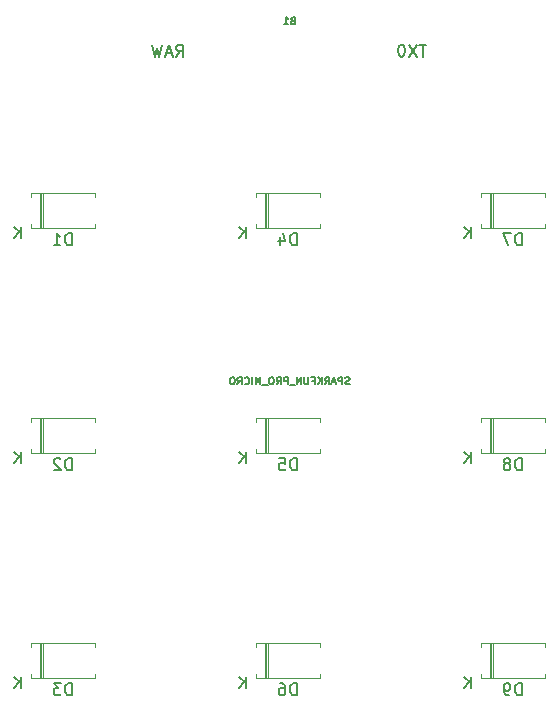
<source format=gbo>
%TF.GenerationSoftware,KiCad,Pcbnew,(5.1.6)-1*%
%TF.CreationDate,2020-10-02T01:53:22-06:00*%
%TF.ProjectId,macropad_3x3,6d616372-6f70-4616-945f-3378332e6b69,rev?*%
%TF.SameCoordinates,Original*%
%TF.FileFunction,Legend,Bot*%
%TF.FilePolarity,Positive*%
%FSLAX46Y46*%
G04 Gerber Fmt 4.6, Leading zero omitted, Abs format (unit mm)*
G04 Created by KiCad (PCBNEW (5.1.6)-1) date 2020-10-02 01:53:22*
%MOMM*%
%LPD*%
G01*
G04 APERTURE LIST*
%ADD10C,0.150000*%
%ADD11C,0.120000*%
%ADD12C,0.127000*%
G04 APERTURE END LIST*
D10*
X62356845Y-25646130D02*
X61785416Y-25646130D01*
X62071130Y-26646130D02*
X62071130Y-25646130D01*
X61547321Y-25646130D02*
X60880654Y-26646130D01*
X60880654Y-25646130D02*
X61547321Y-26646130D01*
X60309226Y-25646130D02*
X60213988Y-25646130D01*
X60118750Y-25693750D01*
X60071130Y-25741369D01*
X60023511Y-25836607D01*
X59975892Y-26027083D01*
X59975892Y-26265178D01*
X60023511Y-26455654D01*
X60071130Y-26550892D01*
X60118750Y-26598511D01*
X60213988Y-26646130D01*
X60309226Y-26646130D01*
X60404464Y-26598511D01*
X60452083Y-26550892D01*
X60499702Y-26455654D01*
X60547321Y-26265178D01*
X60547321Y-26027083D01*
X60499702Y-25836607D01*
X60452083Y-25741369D01*
X60404464Y-25693750D01*
X60309226Y-25646130D01*
X41171726Y-26646130D02*
X41505059Y-26169940D01*
X41743154Y-26646130D02*
X41743154Y-25646130D01*
X41362202Y-25646130D01*
X41266964Y-25693750D01*
X41219345Y-25741369D01*
X41171726Y-25836607D01*
X41171726Y-25979464D01*
X41219345Y-26074702D01*
X41266964Y-26122321D01*
X41362202Y-26169940D01*
X41743154Y-26169940D01*
X40790773Y-26360416D02*
X40314583Y-26360416D01*
X40886011Y-26646130D02*
X40552678Y-25646130D01*
X40219345Y-26646130D01*
X39981250Y-25646130D02*
X39743154Y-26646130D01*
X39552678Y-25931845D01*
X39362202Y-26646130D01*
X39124107Y-25646130D01*
D11*
%TO.C,D9*%
X66971250Y-78927500D02*
X66971250Y-79257500D01*
X66971250Y-79257500D02*
X72411250Y-79257500D01*
X72411250Y-79257500D02*
X72411250Y-78927500D01*
X66971250Y-76647500D02*
X66971250Y-76317500D01*
X66971250Y-76317500D02*
X72411250Y-76317500D01*
X72411250Y-76317500D02*
X72411250Y-76647500D01*
X67871250Y-79257500D02*
X67871250Y-76317500D01*
X67991250Y-79257500D02*
X67991250Y-76317500D01*
X67751250Y-79257500D02*
X67751250Y-76317500D01*
%TO.C,D8*%
X66971250Y-59877500D02*
X66971250Y-60207500D01*
X66971250Y-60207500D02*
X72411250Y-60207500D01*
X72411250Y-60207500D02*
X72411250Y-59877500D01*
X66971250Y-57597500D02*
X66971250Y-57267500D01*
X66971250Y-57267500D02*
X72411250Y-57267500D01*
X72411250Y-57267500D02*
X72411250Y-57597500D01*
X67871250Y-60207500D02*
X67871250Y-57267500D01*
X67991250Y-60207500D02*
X67991250Y-57267500D01*
X67751250Y-60207500D02*
X67751250Y-57267500D01*
%TO.C,D7*%
X66971250Y-40827500D02*
X66971250Y-41157500D01*
X66971250Y-41157500D02*
X72411250Y-41157500D01*
X72411250Y-41157500D02*
X72411250Y-40827500D01*
X66971250Y-38547500D02*
X66971250Y-38217500D01*
X66971250Y-38217500D02*
X72411250Y-38217500D01*
X72411250Y-38217500D02*
X72411250Y-38547500D01*
X67871250Y-41157500D02*
X67871250Y-38217500D01*
X67991250Y-41157500D02*
X67991250Y-38217500D01*
X67751250Y-41157500D02*
X67751250Y-38217500D01*
%TO.C,D6*%
X47921250Y-78927500D02*
X47921250Y-79257500D01*
X47921250Y-79257500D02*
X53361250Y-79257500D01*
X53361250Y-79257500D02*
X53361250Y-78927500D01*
X47921250Y-76647500D02*
X47921250Y-76317500D01*
X47921250Y-76317500D02*
X53361250Y-76317500D01*
X53361250Y-76317500D02*
X53361250Y-76647500D01*
X48821250Y-79257500D02*
X48821250Y-76317500D01*
X48941250Y-79257500D02*
X48941250Y-76317500D01*
X48701250Y-79257500D02*
X48701250Y-76317500D01*
%TO.C,D5*%
X47921250Y-59877500D02*
X47921250Y-60207500D01*
X47921250Y-60207500D02*
X53361250Y-60207500D01*
X53361250Y-60207500D02*
X53361250Y-59877500D01*
X47921250Y-57597500D02*
X47921250Y-57267500D01*
X47921250Y-57267500D02*
X53361250Y-57267500D01*
X53361250Y-57267500D02*
X53361250Y-57597500D01*
X48821250Y-60207500D02*
X48821250Y-57267500D01*
X48941250Y-60207500D02*
X48941250Y-57267500D01*
X48701250Y-60207500D02*
X48701250Y-57267500D01*
%TO.C,D4*%
X47921250Y-40827500D02*
X47921250Y-41157500D01*
X47921250Y-41157500D02*
X53361250Y-41157500D01*
X53361250Y-41157500D02*
X53361250Y-40827500D01*
X47921250Y-38547500D02*
X47921250Y-38217500D01*
X47921250Y-38217500D02*
X53361250Y-38217500D01*
X53361250Y-38217500D02*
X53361250Y-38547500D01*
X48821250Y-41157500D02*
X48821250Y-38217500D01*
X48941250Y-41157500D02*
X48941250Y-38217500D01*
X48701250Y-41157500D02*
X48701250Y-38217500D01*
%TO.C,D3*%
X28871250Y-78927500D02*
X28871250Y-79257500D01*
X28871250Y-79257500D02*
X34311250Y-79257500D01*
X34311250Y-79257500D02*
X34311250Y-78927500D01*
X28871250Y-76647500D02*
X28871250Y-76317500D01*
X28871250Y-76317500D02*
X34311250Y-76317500D01*
X34311250Y-76317500D02*
X34311250Y-76647500D01*
X29771250Y-79257500D02*
X29771250Y-76317500D01*
X29891250Y-79257500D02*
X29891250Y-76317500D01*
X29651250Y-79257500D02*
X29651250Y-76317500D01*
%TO.C,D2*%
X28871250Y-59877500D02*
X28871250Y-60207500D01*
X28871250Y-60207500D02*
X34311250Y-60207500D01*
X34311250Y-60207500D02*
X34311250Y-59877500D01*
X28871250Y-57597500D02*
X28871250Y-57267500D01*
X28871250Y-57267500D02*
X34311250Y-57267500D01*
X34311250Y-57267500D02*
X34311250Y-57597500D01*
X29771250Y-60207500D02*
X29771250Y-57267500D01*
X29891250Y-60207500D02*
X29891250Y-57267500D01*
X29651250Y-60207500D02*
X29651250Y-57267500D01*
%TO.C,D1*%
X28871250Y-40827500D02*
X28871250Y-41157500D01*
X28871250Y-41157500D02*
X34311250Y-41157500D01*
X34311250Y-41157500D02*
X34311250Y-40827500D01*
X28871250Y-38547500D02*
X28871250Y-38217500D01*
X28871250Y-38217500D02*
X34311250Y-38217500D01*
X34311250Y-38217500D02*
X34311250Y-38547500D01*
X29771250Y-41157500D02*
X29771250Y-38217500D01*
X29891250Y-41157500D02*
X29891250Y-38217500D01*
X29651250Y-41157500D02*
X29651250Y-38217500D01*
%TO.C,D9*%
D10*
X70429345Y-80709880D02*
X70429345Y-79709880D01*
X70191250Y-79709880D01*
X70048392Y-79757500D01*
X69953154Y-79852738D01*
X69905535Y-79947976D01*
X69857916Y-80138452D01*
X69857916Y-80281309D01*
X69905535Y-80471785D01*
X69953154Y-80567023D01*
X70048392Y-80662261D01*
X70191250Y-80709880D01*
X70429345Y-80709880D01*
X69381726Y-80709880D02*
X69191250Y-80709880D01*
X69096011Y-80662261D01*
X69048392Y-80614642D01*
X68953154Y-80471785D01*
X68905535Y-80281309D01*
X68905535Y-79900357D01*
X68953154Y-79805119D01*
X69000773Y-79757500D01*
X69096011Y-79709880D01*
X69286488Y-79709880D01*
X69381726Y-79757500D01*
X69429345Y-79805119D01*
X69476964Y-79900357D01*
X69476964Y-80138452D01*
X69429345Y-80233690D01*
X69381726Y-80281309D01*
X69286488Y-80328928D01*
X69096011Y-80328928D01*
X69000773Y-80281309D01*
X68953154Y-80233690D01*
X68905535Y-80138452D01*
X66143154Y-80139880D02*
X66143154Y-79139880D01*
X65571726Y-80139880D02*
X66000297Y-79568452D01*
X65571726Y-79139880D02*
X66143154Y-79711309D01*
%TO.C,D8*%
X70429345Y-61659880D02*
X70429345Y-60659880D01*
X70191250Y-60659880D01*
X70048392Y-60707500D01*
X69953154Y-60802738D01*
X69905535Y-60897976D01*
X69857916Y-61088452D01*
X69857916Y-61231309D01*
X69905535Y-61421785D01*
X69953154Y-61517023D01*
X70048392Y-61612261D01*
X70191250Y-61659880D01*
X70429345Y-61659880D01*
X69286488Y-61088452D02*
X69381726Y-61040833D01*
X69429345Y-60993214D01*
X69476964Y-60897976D01*
X69476964Y-60850357D01*
X69429345Y-60755119D01*
X69381726Y-60707500D01*
X69286488Y-60659880D01*
X69096011Y-60659880D01*
X69000773Y-60707500D01*
X68953154Y-60755119D01*
X68905535Y-60850357D01*
X68905535Y-60897976D01*
X68953154Y-60993214D01*
X69000773Y-61040833D01*
X69096011Y-61088452D01*
X69286488Y-61088452D01*
X69381726Y-61136071D01*
X69429345Y-61183690D01*
X69476964Y-61278928D01*
X69476964Y-61469404D01*
X69429345Y-61564642D01*
X69381726Y-61612261D01*
X69286488Y-61659880D01*
X69096011Y-61659880D01*
X69000773Y-61612261D01*
X68953154Y-61564642D01*
X68905535Y-61469404D01*
X68905535Y-61278928D01*
X68953154Y-61183690D01*
X69000773Y-61136071D01*
X69096011Y-61088452D01*
X66143154Y-61089880D02*
X66143154Y-60089880D01*
X65571726Y-61089880D02*
X66000297Y-60518452D01*
X65571726Y-60089880D02*
X66143154Y-60661309D01*
%TO.C,D7*%
X70429345Y-42609880D02*
X70429345Y-41609880D01*
X70191250Y-41609880D01*
X70048392Y-41657500D01*
X69953154Y-41752738D01*
X69905535Y-41847976D01*
X69857916Y-42038452D01*
X69857916Y-42181309D01*
X69905535Y-42371785D01*
X69953154Y-42467023D01*
X70048392Y-42562261D01*
X70191250Y-42609880D01*
X70429345Y-42609880D01*
X69524583Y-41609880D02*
X68857916Y-41609880D01*
X69286488Y-42609880D01*
X66143154Y-42039880D02*
X66143154Y-41039880D01*
X65571726Y-42039880D02*
X66000297Y-41468452D01*
X65571726Y-41039880D02*
X66143154Y-41611309D01*
%TO.C,D6*%
X51379345Y-80709880D02*
X51379345Y-79709880D01*
X51141250Y-79709880D01*
X50998392Y-79757500D01*
X50903154Y-79852738D01*
X50855535Y-79947976D01*
X50807916Y-80138452D01*
X50807916Y-80281309D01*
X50855535Y-80471785D01*
X50903154Y-80567023D01*
X50998392Y-80662261D01*
X51141250Y-80709880D01*
X51379345Y-80709880D01*
X49950773Y-79709880D02*
X50141250Y-79709880D01*
X50236488Y-79757500D01*
X50284107Y-79805119D01*
X50379345Y-79947976D01*
X50426964Y-80138452D01*
X50426964Y-80519404D01*
X50379345Y-80614642D01*
X50331726Y-80662261D01*
X50236488Y-80709880D01*
X50046011Y-80709880D01*
X49950773Y-80662261D01*
X49903154Y-80614642D01*
X49855535Y-80519404D01*
X49855535Y-80281309D01*
X49903154Y-80186071D01*
X49950773Y-80138452D01*
X50046011Y-80090833D01*
X50236488Y-80090833D01*
X50331726Y-80138452D01*
X50379345Y-80186071D01*
X50426964Y-80281309D01*
X47093154Y-80139880D02*
X47093154Y-79139880D01*
X46521726Y-80139880D02*
X46950297Y-79568452D01*
X46521726Y-79139880D02*
X47093154Y-79711309D01*
%TO.C,D5*%
X51379345Y-61659880D02*
X51379345Y-60659880D01*
X51141250Y-60659880D01*
X50998392Y-60707500D01*
X50903154Y-60802738D01*
X50855535Y-60897976D01*
X50807916Y-61088452D01*
X50807916Y-61231309D01*
X50855535Y-61421785D01*
X50903154Y-61517023D01*
X50998392Y-61612261D01*
X51141250Y-61659880D01*
X51379345Y-61659880D01*
X49903154Y-60659880D02*
X50379345Y-60659880D01*
X50426964Y-61136071D01*
X50379345Y-61088452D01*
X50284107Y-61040833D01*
X50046011Y-61040833D01*
X49950773Y-61088452D01*
X49903154Y-61136071D01*
X49855535Y-61231309D01*
X49855535Y-61469404D01*
X49903154Y-61564642D01*
X49950773Y-61612261D01*
X50046011Y-61659880D01*
X50284107Y-61659880D01*
X50379345Y-61612261D01*
X50426964Y-61564642D01*
X47093154Y-61089880D02*
X47093154Y-60089880D01*
X46521726Y-61089880D02*
X46950297Y-60518452D01*
X46521726Y-60089880D02*
X47093154Y-60661309D01*
%TO.C,D4*%
X51379345Y-42609880D02*
X51379345Y-41609880D01*
X51141250Y-41609880D01*
X50998392Y-41657500D01*
X50903154Y-41752738D01*
X50855535Y-41847976D01*
X50807916Y-42038452D01*
X50807916Y-42181309D01*
X50855535Y-42371785D01*
X50903154Y-42467023D01*
X50998392Y-42562261D01*
X51141250Y-42609880D01*
X51379345Y-42609880D01*
X49950773Y-41943214D02*
X49950773Y-42609880D01*
X50188869Y-41562261D02*
X50426964Y-42276547D01*
X49807916Y-42276547D01*
X47093154Y-42039880D02*
X47093154Y-41039880D01*
X46521726Y-42039880D02*
X46950297Y-41468452D01*
X46521726Y-41039880D02*
X47093154Y-41611309D01*
%TO.C,D3*%
X32329345Y-80709880D02*
X32329345Y-79709880D01*
X32091250Y-79709880D01*
X31948392Y-79757500D01*
X31853154Y-79852738D01*
X31805535Y-79947976D01*
X31757916Y-80138452D01*
X31757916Y-80281309D01*
X31805535Y-80471785D01*
X31853154Y-80567023D01*
X31948392Y-80662261D01*
X32091250Y-80709880D01*
X32329345Y-80709880D01*
X31424583Y-79709880D02*
X30805535Y-79709880D01*
X31138869Y-80090833D01*
X30996011Y-80090833D01*
X30900773Y-80138452D01*
X30853154Y-80186071D01*
X30805535Y-80281309D01*
X30805535Y-80519404D01*
X30853154Y-80614642D01*
X30900773Y-80662261D01*
X30996011Y-80709880D01*
X31281726Y-80709880D01*
X31376964Y-80662261D01*
X31424583Y-80614642D01*
X28043154Y-80139880D02*
X28043154Y-79139880D01*
X27471726Y-80139880D02*
X27900297Y-79568452D01*
X27471726Y-79139880D02*
X28043154Y-79711309D01*
%TO.C,D2*%
X32329345Y-61659880D02*
X32329345Y-60659880D01*
X32091250Y-60659880D01*
X31948392Y-60707500D01*
X31853154Y-60802738D01*
X31805535Y-60897976D01*
X31757916Y-61088452D01*
X31757916Y-61231309D01*
X31805535Y-61421785D01*
X31853154Y-61517023D01*
X31948392Y-61612261D01*
X32091250Y-61659880D01*
X32329345Y-61659880D01*
X31376964Y-60755119D02*
X31329345Y-60707500D01*
X31234107Y-60659880D01*
X30996011Y-60659880D01*
X30900773Y-60707500D01*
X30853154Y-60755119D01*
X30805535Y-60850357D01*
X30805535Y-60945595D01*
X30853154Y-61088452D01*
X31424583Y-61659880D01*
X30805535Y-61659880D01*
X28043154Y-61089880D02*
X28043154Y-60089880D01*
X27471726Y-61089880D02*
X27900297Y-60518452D01*
X27471726Y-60089880D02*
X28043154Y-60661309D01*
%TO.C,D1*%
X32329345Y-42609880D02*
X32329345Y-41609880D01*
X32091250Y-41609880D01*
X31948392Y-41657500D01*
X31853154Y-41752738D01*
X31805535Y-41847976D01*
X31757916Y-42038452D01*
X31757916Y-42181309D01*
X31805535Y-42371785D01*
X31853154Y-42467023D01*
X31948392Y-42562261D01*
X32091250Y-42609880D01*
X32329345Y-42609880D01*
X30805535Y-42609880D02*
X31376964Y-42609880D01*
X31091250Y-42609880D02*
X31091250Y-41609880D01*
X31186488Y-41752738D01*
X31281726Y-41847976D01*
X31376964Y-41895595D01*
X28043154Y-42039880D02*
X28043154Y-41039880D01*
X27471726Y-42039880D02*
X27900297Y-41468452D01*
X27471726Y-41039880D02*
X28043154Y-41611309D01*
%TO.C,B1*%
D12*
X51046742Y-23610207D02*
X50959657Y-23639235D01*
X50930628Y-23668264D01*
X50901600Y-23726321D01*
X50901600Y-23813407D01*
X50930628Y-23871464D01*
X50959657Y-23900492D01*
X51017714Y-23929521D01*
X51249942Y-23929521D01*
X51249942Y-23319921D01*
X51046742Y-23319921D01*
X50988685Y-23348950D01*
X50959657Y-23377978D01*
X50930628Y-23436035D01*
X50930628Y-23494092D01*
X50959657Y-23552150D01*
X50988685Y-23581178D01*
X51046742Y-23610207D01*
X51249942Y-23610207D01*
X50321028Y-23929521D02*
X50669371Y-23929521D01*
X50495200Y-23929521D02*
X50495200Y-23319921D01*
X50553257Y-23407007D01*
X50611314Y-23465064D01*
X50669371Y-23494092D01*
X55865485Y-54380492D02*
X55778400Y-54409521D01*
X55633257Y-54409521D01*
X55575200Y-54380492D01*
X55546171Y-54351464D01*
X55517142Y-54293407D01*
X55517142Y-54235350D01*
X55546171Y-54177292D01*
X55575200Y-54148264D01*
X55633257Y-54119235D01*
X55749371Y-54090207D01*
X55807428Y-54061178D01*
X55836457Y-54032150D01*
X55865485Y-53974092D01*
X55865485Y-53916035D01*
X55836457Y-53857978D01*
X55807428Y-53828950D01*
X55749371Y-53799921D01*
X55604228Y-53799921D01*
X55517142Y-53828950D01*
X55255885Y-54409521D02*
X55255885Y-53799921D01*
X55023657Y-53799921D01*
X54965600Y-53828950D01*
X54936571Y-53857978D01*
X54907542Y-53916035D01*
X54907542Y-54003121D01*
X54936571Y-54061178D01*
X54965600Y-54090207D01*
X55023657Y-54119235D01*
X55255885Y-54119235D01*
X54675314Y-54235350D02*
X54385028Y-54235350D01*
X54733371Y-54409521D02*
X54530171Y-53799921D01*
X54326971Y-54409521D01*
X53775428Y-54409521D02*
X53978628Y-54119235D01*
X54123771Y-54409521D02*
X54123771Y-53799921D01*
X53891542Y-53799921D01*
X53833485Y-53828950D01*
X53804457Y-53857978D01*
X53775428Y-53916035D01*
X53775428Y-54003121D01*
X53804457Y-54061178D01*
X53833485Y-54090207D01*
X53891542Y-54119235D01*
X54123771Y-54119235D01*
X53514171Y-54409521D02*
X53514171Y-53799921D01*
X53165828Y-54409521D02*
X53427085Y-54061178D01*
X53165828Y-53799921D02*
X53514171Y-54148264D01*
X52701371Y-54090207D02*
X52904571Y-54090207D01*
X52904571Y-54409521D02*
X52904571Y-53799921D01*
X52614285Y-53799921D01*
X52382057Y-53799921D02*
X52382057Y-54293407D01*
X52353028Y-54351464D01*
X52324000Y-54380492D01*
X52265942Y-54409521D01*
X52149828Y-54409521D01*
X52091771Y-54380492D01*
X52062742Y-54351464D01*
X52033714Y-54293407D01*
X52033714Y-53799921D01*
X51743428Y-54409521D02*
X51743428Y-53799921D01*
X51395085Y-54409521D01*
X51395085Y-53799921D01*
X51249942Y-54467578D02*
X50785485Y-54467578D01*
X50640342Y-54409521D02*
X50640342Y-53799921D01*
X50408114Y-53799921D01*
X50350057Y-53828950D01*
X50321028Y-53857978D01*
X50292000Y-53916035D01*
X50292000Y-54003121D01*
X50321028Y-54061178D01*
X50350057Y-54090207D01*
X50408114Y-54119235D01*
X50640342Y-54119235D01*
X49682400Y-54409521D02*
X49885600Y-54119235D01*
X50030742Y-54409521D02*
X50030742Y-53799921D01*
X49798514Y-53799921D01*
X49740457Y-53828950D01*
X49711428Y-53857978D01*
X49682400Y-53916035D01*
X49682400Y-54003121D01*
X49711428Y-54061178D01*
X49740457Y-54090207D01*
X49798514Y-54119235D01*
X50030742Y-54119235D01*
X49305028Y-53799921D02*
X49188914Y-53799921D01*
X49130857Y-53828950D01*
X49072800Y-53887007D01*
X49043771Y-54003121D01*
X49043771Y-54206321D01*
X49072800Y-54322435D01*
X49130857Y-54380492D01*
X49188914Y-54409521D01*
X49305028Y-54409521D01*
X49363085Y-54380492D01*
X49421142Y-54322435D01*
X49450171Y-54206321D01*
X49450171Y-54003121D01*
X49421142Y-53887007D01*
X49363085Y-53828950D01*
X49305028Y-53799921D01*
X48927657Y-54467578D02*
X48463200Y-54467578D01*
X48318057Y-54409521D02*
X48318057Y-53799921D01*
X48114857Y-54235350D01*
X47911657Y-53799921D01*
X47911657Y-54409521D01*
X47621371Y-54409521D02*
X47621371Y-53799921D01*
X46982742Y-54351464D02*
X47011771Y-54380492D01*
X47098857Y-54409521D01*
X47156914Y-54409521D01*
X47244000Y-54380492D01*
X47302057Y-54322435D01*
X47331085Y-54264378D01*
X47360114Y-54148264D01*
X47360114Y-54061178D01*
X47331085Y-53945064D01*
X47302057Y-53887007D01*
X47244000Y-53828950D01*
X47156914Y-53799921D01*
X47098857Y-53799921D01*
X47011771Y-53828950D01*
X46982742Y-53857978D01*
X46373142Y-54409521D02*
X46576342Y-54119235D01*
X46721485Y-54409521D02*
X46721485Y-53799921D01*
X46489257Y-53799921D01*
X46431200Y-53828950D01*
X46402171Y-53857978D01*
X46373142Y-53916035D01*
X46373142Y-54003121D01*
X46402171Y-54061178D01*
X46431200Y-54090207D01*
X46489257Y-54119235D01*
X46721485Y-54119235D01*
X45995771Y-53799921D02*
X45879657Y-53799921D01*
X45821600Y-53828950D01*
X45763542Y-53887007D01*
X45734514Y-54003121D01*
X45734514Y-54206321D01*
X45763542Y-54322435D01*
X45821600Y-54380492D01*
X45879657Y-54409521D01*
X45995771Y-54409521D01*
X46053828Y-54380492D01*
X46111885Y-54322435D01*
X46140914Y-54206321D01*
X46140914Y-54003121D01*
X46111885Y-53887007D01*
X46053828Y-53828950D01*
X45995771Y-53799921D01*
%TD*%
M02*

</source>
